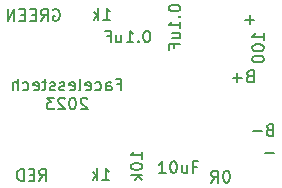
<source format=gbr>
%TF.GenerationSoftware,KiCad,Pcbnew,6.0.11+dfsg-1~bpo11+1*%
%TF.CreationDate,2023-03-12T17:24:38+00:00*%
%TF.ProjectId,tp4056,74703430-3536-42e6-9b69-6361645f7063,rev?*%
%TF.SameCoordinates,Original*%
%TF.FileFunction,Legend,Bot*%
%TF.FilePolarity,Positive*%
%FSLAX46Y46*%
G04 Gerber Fmt 4.6, Leading zero omitted, Abs format (unit mm)*
G04 Created by KiCad (PCBNEW 6.0.11+dfsg-1~bpo11+1) date 2023-03-12 17:24:38*
%MOMM*%
%LPD*%
G01*
G04 APERTURE LIST*
%ADD10C,0.150000*%
G04 APERTURE END LIST*
D10*
X138221904Y-93413571D02*
X138555238Y-93413571D01*
X138555238Y-93937380D02*
X138555238Y-92937380D01*
X138079047Y-92937380D01*
X137269523Y-93937380D02*
X137269523Y-93413571D01*
X137317142Y-93318333D01*
X137412380Y-93270714D01*
X137602857Y-93270714D01*
X137698095Y-93318333D01*
X137269523Y-93889761D02*
X137364761Y-93937380D01*
X137602857Y-93937380D01*
X137698095Y-93889761D01*
X137745714Y-93794523D01*
X137745714Y-93699285D01*
X137698095Y-93604047D01*
X137602857Y-93556428D01*
X137364761Y-93556428D01*
X137269523Y-93508809D01*
X136364761Y-93889761D02*
X136460000Y-93937380D01*
X136650476Y-93937380D01*
X136745714Y-93889761D01*
X136793333Y-93842142D01*
X136840952Y-93746904D01*
X136840952Y-93461190D01*
X136793333Y-93365952D01*
X136745714Y-93318333D01*
X136650476Y-93270714D01*
X136460000Y-93270714D01*
X136364761Y-93318333D01*
X135555238Y-93889761D02*
X135650476Y-93937380D01*
X135840952Y-93937380D01*
X135936190Y-93889761D01*
X135983809Y-93794523D01*
X135983809Y-93413571D01*
X135936190Y-93318333D01*
X135840952Y-93270714D01*
X135650476Y-93270714D01*
X135555238Y-93318333D01*
X135507619Y-93413571D01*
X135507619Y-93508809D01*
X135983809Y-93604047D01*
X134936190Y-93937380D02*
X135031428Y-93889761D01*
X135079047Y-93794523D01*
X135079047Y-92937380D01*
X134174285Y-93889761D02*
X134269523Y-93937380D01*
X134460000Y-93937380D01*
X134555238Y-93889761D01*
X134602857Y-93794523D01*
X134602857Y-93413571D01*
X134555238Y-93318333D01*
X134460000Y-93270714D01*
X134269523Y-93270714D01*
X134174285Y-93318333D01*
X134126666Y-93413571D01*
X134126666Y-93508809D01*
X134602857Y-93604047D01*
X133745714Y-93889761D02*
X133650476Y-93937380D01*
X133460000Y-93937380D01*
X133364761Y-93889761D01*
X133317142Y-93794523D01*
X133317142Y-93746904D01*
X133364761Y-93651666D01*
X133460000Y-93604047D01*
X133602857Y-93604047D01*
X133698095Y-93556428D01*
X133745714Y-93461190D01*
X133745714Y-93413571D01*
X133698095Y-93318333D01*
X133602857Y-93270714D01*
X133460000Y-93270714D01*
X133364761Y-93318333D01*
X132936190Y-93889761D02*
X132840952Y-93937380D01*
X132650476Y-93937380D01*
X132555238Y-93889761D01*
X132507619Y-93794523D01*
X132507619Y-93746904D01*
X132555238Y-93651666D01*
X132650476Y-93604047D01*
X132793333Y-93604047D01*
X132888571Y-93556428D01*
X132936190Y-93461190D01*
X132936190Y-93413571D01*
X132888571Y-93318333D01*
X132793333Y-93270714D01*
X132650476Y-93270714D01*
X132555238Y-93318333D01*
X132221904Y-93270714D02*
X131840952Y-93270714D01*
X132079047Y-92937380D02*
X132079047Y-93794523D01*
X132031428Y-93889761D01*
X131936190Y-93937380D01*
X131840952Y-93937380D01*
X131126666Y-93889761D02*
X131221904Y-93937380D01*
X131412380Y-93937380D01*
X131507619Y-93889761D01*
X131555238Y-93794523D01*
X131555238Y-93413571D01*
X131507619Y-93318333D01*
X131412380Y-93270714D01*
X131221904Y-93270714D01*
X131126666Y-93318333D01*
X131079047Y-93413571D01*
X131079047Y-93508809D01*
X131555238Y-93604047D01*
X130221904Y-93889761D02*
X130317142Y-93937380D01*
X130507619Y-93937380D01*
X130602857Y-93889761D01*
X130650476Y-93842142D01*
X130698095Y-93746904D01*
X130698095Y-93461190D01*
X130650476Y-93365952D01*
X130602857Y-93318333D01*
X130507619Y-93270714D01*
X130317142Y-93270714D01*
X130221904Y-93318333D01*
X129793333Y-93937380D02*
X129793333Y-92937380D01*
X129364761Y-93937380D02*
X129364761Y-93413571D01*
X129412380Y-93318333D01*
X129507619Y-93270714D01*
X129650476Y-93270714D01*
X129745714Y-93318333D01*
X129793333Y-93365952D01*
X135674285Y-94642619D02*
X135626666Y-94595000D01*
X135531428Y-94547380D01*
X135293333Y-94547380D01*
X135198095Y-94595000D01*
X135150476Y-94642619D01*
X135102857Y-94737857D01*
X135102857Y-94833095D01*
X135150476Y-94975952D01*
X135721904Y-95547380D01*
X135102857Y-95547380D01*
X134483809Y-94547380D02*
X134388571Y-94547380D01*
X134293333Y-94595000D01*
X134245714Y-94642619D01*
X134198095Y-94737857D01*
X134150476Y-94928333D01*
X134150476Y-95166428D01*
X134198095Y-95356904D01*
X134245714Y-95452142D01*
X134293333Y-95499761D01*
X134388571Y-95547380D01*
X134483809Y-95547380D01*
X134579047Y-95499761D01*
X134626666Y-95452142D01*
X134674285Y-95356904D01*
X134721904Y-95166428D01*
X134721904Y-94928333D01*
X134674285Y-94737857D01*
X134626666Y-94642619D01*
X134579047Y-94595000D01*
X134483809Y-94547380D01*
X133769523Y-94642619D02*
X133721904Y-94595000D01*
X133626666Y-94547380D01*
X133388571Y-94547380D01*
X133293333Y-94595000D01*
X133245714Y-94642619D01*
X133198095Y-94737857D01*
X133198095Y-94833095D01*
X133245714Y-94975952D01*
X133817142Y-95547380D01*
X133198095Y-95547380D01*
X132864761Y-94547380D02*
X132245714Y-94547380D01*
X132579047Y-94928333D01*
X132436190Y-94928333D01*
X132340952Y-94975952D01*
X132293333Y-95023571D01*
X132245714Y-95118809D01*
X132245714Y-95356904D01*
X132293333Y-95452142D01*
X132340952Y-95499761D01*
X132436190Y-95547380D01*
X132721904Y-95547380D01*
X132817142Y-95499761D01*
X132864761Y-95452142D01*
X151107619Y-97258571D02*
X150964761Y-97306190D01*
X150917142Y-97353809D01*
X150869523Y-97449047D01*
X150869523Y-97591904D01*
X150917142Y-97687142D01*
X150964761Y-97734761D01*
X151060000Y-97782380D01*
X151440952Y-97782380D01*
X151440952Y-96782380D01*
X151107619Y-96782380D01*
X151012380Y-96830000D01*
X150964761Y-96877619D01*
X150917142Y-96972857D01*
X150917142Y-97068095D01*
X150964761Y-97163333D01*
X151012380Y-97210952D01*
X151107619Y-97258571D01*
X151440952Y-97258571D01*
X150440952Y-97401428D02*
X149679047Y-97401428D01*
X131612857Y-101602380D02*
X131946190Y-101126190D01*
X132184285Y-101602380D02*
X132184285Y-100602380D01*
X131803333Y-100602380D01*
X131708095Y-100650000D01*
X131660476Y-100697619D01*
X131612857Y-100792857D01*
X131612857Y-100935714D01*
X131660476Y-101030952D01*
X131708095Y-101078571D01*
X131803333Y-101126190D01*
X132184285Y-101126190D01*
X131184285Y-101078571D02*
X130850952Y-101078571D01*
X130708095Y-101602380D02*
X131184285Y-101602380D01*
X131184285Y-100602380D01*
X130708095Y-100602380D01*
X130279523Y-101602380D02*
X130279523Y-100602380D01*
X130041428Y-100602380D01*
X129898571Y-100650000D01*
X129803333Y-100745238D01*
X129755714Y-100840476D01*
X129708095Y-101030952D01*
X129708095Y-101173809D01*
X129755714Y-101364285D01*
X129803333Y-101459523D01*
X129898571Y-101554761D01*
X130041428Y-101602380D01*
X130279523Y-101602380D01*
X150749047Y-99242571D02*
X151510952Y-99242571D01*
X149427619Y-92728571D02*
X149284761Y-92776190D01*
X149237142Y-92823809D01*
X149189523Y-92919047D01*
X149189523Y-93061904D01*
X149237142Y-93157142D01*
X149284761Y-93204761D01*
X149380000Y-93252380D01*
X149760952Y-93252380D01*
X149760952Y-92252380D01*
X149427619Y-92252380D01*
X149332380Y-92300000D01*
X149284761Y-92347619D01*
X149237142Y-92442857D01*
X149237142Y-92538095D01*
X149284761Y-92633333D01*
X149332380Y-92680952D01*
X149427619Y-92728571D01*
X149760952Y-92728571D01*
X148760952Y-92871428D02*
X147999047Y-92871428D01*
X148380000Y-93252380D02*
X148380000Y-92490476D01*
X149800952Y-87961428D02*
X149039047Y-87961428D01*
X149420000Y-88342380D02*
X149420000Y-87580476D01*
%TO.C,R5*%
X150622380Y-89673333D02*
X150622380Y-89101904D01*
X150622380Y-89387619D02*
X149622380Y-89387619D01*
X149765238Y-89292380D01*
X149860476Y-89197142D01*
X149908095Y-89101904D01*
X149622380Y-90292380D02*
X149622380Y-90387619D01*
X149670000Y-90482857D01*
X149717619Y-90530476D01*
X149812857Y-90578095D01*
X150003333Y-90625714D01*
X150241428Y-90625714D01*
X150431904Y-90578095D01*
X150527142Y-90530476D01*
X150574761Y-90482857D01*
X150622380Y-90387619D01*
X150622380Y-90292380D01*
X150574761Y-90197142D01*
X150527142Y-90149523D01*
X150431904Y-90101904D01*
X150241428Y-90054285D01*
X150003333Y-90054285D01*
X149812857Y-90101904D01*
X149717619Y-90149523D01*
X149670000Y-90197142D01*
X149622380Y-90292380D01*
X149622380Y-91244761D02*
X149622380Y-91340000D01*
X149670000Y-91435238D01*
X149717619Y-91482857D01*
X149812857Y-91530476D01*
X150003333Y-91578095D01*
X150241428Y-91578095D01*
X150431904Y-91530476D01*
X150527142Y-91482857D01*
X150574761Y-91435238D01*
X150622380Y-91340000D01*
X150622380Y-91244761D01*
X150574761Y-91149523D01*
X150527142Y-91101904D01*
X150431904Y-91054285D01*
X150241428Y-91006666D01*
X150003333Y-91006666D01*
X149812857Y-91054285D01*
X149717619Y-91101904D01*
X149670000Y-91149523D01*
X149622380Y-91244761D01*
%TO.C,R2*%
X137021547Y-87962380D02*
X137592976Y-87962380D01*
X137307261Y-87962380D02*
X137307261Y-86962380D01*
X137402500Y-87105238D01*
X137497738Y-87200476D01*
X137592976Y-87248095D01*
X136592976Y-87962380D02*
X136592976Y-86962380D01*
X136497738Y-87581428D02*
X136212023Y-87962380D01*
X136212023Y-87295714D02*
X136592976Y-87676666D01*
%TO.C,C2*%
X142552380Y-86927142D02*
X142552380Y-87022380D01*
X142600000Y-87117619D01*
X142647619Y-87165238D01*
X142742857Y-87212857D01*
X142933333Y-87260476D01*
X143171428Y-87260476D01*
X143361904Y-87212857D01*
X143457142Y-87165238D01*
X143504761Y-87117619D01*
X143552380Y-87022380D01*
X143552380Y-86927142D01*
X143504761Y-86831904D01*
X143457142Y-86784285D01*
X143361904Y-86736666D01*
X143171428Y-86689047D01*
X142933333Y-86689047D01*
X142742857Y-86736666D01*
X142647619Y-86784285D01*
X142600000Y-86831904D01*
X142552380Y-86927142D01*
X143457142Y-87689047D02*
X143504761Y-87736666D01*
X143552380Y-87689047D01*
X143504761Y-87641428D01*
X143457142Y-87689047D01*
X143552380Y-87689047D01*
X143552380Y-88689047D02*
X143552380Y-88117619D01*
X143552380Y-88403333D02*
X142552380Y-88403333D01*
X142695238Y-88308095D01*
X142790476Y-88212857D01*
X142838095Y-88117619D01*
X142885714Y-89546190D02*
X143552380Y-89546190D01*
X142885714Y-89117619D02*
X143409523Y-89117619D01*
X143504761Y-89165238D01*
X143552380Y-89260476D01*
X143552380Y-89403333D01*
X143504761Y-89498571D01*
X143457142Y-89546190D01*
X143028571Y-90355714D02*
X143028571Y-90022380D01*
X143552380Y-90022380D02*
X142552380Y-90022380D01*
X142552380Y-90498571D01*
%TO.C,D2*%
X132786666Y-87110000D02*
X132881904Y-87062380D01*
X133024761Y-87062380D01*
X133167619Y-87110000D01*
X133262857Y-87205238D01*
X133310476Y-87300476D01*
X133358095Y-87490952D01*
X133358095Y-87633809D01*
X133310476Y-87824285D01*
X133262857Y-87919523D01*
X133167619Y-88014761D01*
X133024761Y-88062380D01*
X132929523Y-88062380D01*
X132786666Y-88014761D01*
X132739047Y-87967142D01*
X132739047Y-87633809D01*
X132929523Y-87633809D01*
X131739047Y-88062380D02*
X132072380Y-87586190D01*
X132310476Y-88062380D02*
X132310476Y-87062380D01*
X131929523Y-87062380D01*
X131834285Y-87110000D01*
X131786666Y-87157619D01*
X131739047Y-87252857D01*
X131739047Y-87395714D01*
X131786666Y-87490952D01*
X131834285Y-87538571D01*
X131929523Y-87586190D01*
X132310476Y-87586190D01*
X131310476Y-87538571D02*
X130977142Y-87538571D01*
X130834285Y-88062380D02*
X131310476Y-88062380D01*
X131310476Y-87062380D01*
X130834285Y-87062380D01*
X130405714Y-87538571D02*
X130072380Y-87538571D01*
X129929523Y-88062380D02*
X130405714Y-88062380D01*
X130405714Y-87062380D01*
X129929523Y-87062380D01*
X129500952Y-88062380D02*
X129500952Y-87062380D01*
X128929523Y-88062380D01*
X128929523Y-87062380D01*
%TO.C,C1*%
X142306071Y-100932380D02*
X141734642Y-100932380D01*
X142020357Y-100932380D02*
X142020357Y-99932380D01*
X141925119Y-100075238D01*
X141829880Y-100170476D01*
X141734642Y-100218095D01*
X142925119Y-99932380D02*
X143020357Y-99932380D01*
X143115595Y-99980000D01*
X143163214Y-100027619D01*
X143210833Y-100122857D01*
X143258452Y-100313333D01*
X143258452Y-100551428D01*
X143210833Y-100741904D01*
X143163214Y-100837142D01*
X143115595Y-100884761D01*
X143020357Y-100932380D01*
X142925119Y-100932380D01*
X142829880Y-100884761D01*
X142782261Y-100837142D01*
X142734642Y-100741904D01*
X142687023Y-100551428D01*
X142687023Y-100313333D01*
X142734642Y-100122857D01*
X142782261Y-100027619D01*
X142829880Y-99980000D01*
X142925119Y-99932380D01*
X144115595Y-100265714D02*
X144115595Y-100932380D01*
X143687023Y-100265714D02*
X143687023Y-100789523D01*
X143734642Y-100884761D01*
X143829880Y-100932380D01*
X143972738Y-100932380D01*
X144067976Y-100884761D01*
X144115595Y-100837142D01*
X144925119Y-100408571D02*
X144591785Y-100408571D01*
X144591785Y-100932380D02*
X144591785Y-99932380D01*
X145067976Y-99932380D01*
%TO.C,R1*%
X136956547Y-101522380D02*
X137527976Y-101522380D01*
X137242261Y-101522380D02*
X137242261Y-100522380D01*
X137337500Y-100665238D01*
X137432738Y-100760476D01*
X137527976Y-100808095D01*
X136527976Y-101522380D02*
X136527976Y-100522380D01*
X136432738Y-101141428D02*
X136147023Y-101522380D01*
X136147023Y-100855714D02*
X136527976Y-101236666D01*
%TO.C,R6*%
X147494740Y-100748380D02*
X147399501Y-100748380D01*
X147304263Y-100796000D01*
X147256644Y-100843619D01*
X147209025Y-100938857D01*
X147161406Y-101129333D01*
X147161406Y-101367428D01*
X147209025Y-101557904D01*
X147256644Y-101653142D01*
X147304263Y-101700761D01*
X147399501Y-101748380D01*
X147494740Y-101748380D01*
X147589978Y-101700761D01*
X147637597Y-101653142D01*
X147685216Y-101557904D01*
X147732835Y-101367428D01*
X147732835Y-101129333D01*
X147685216Y-100938857D01*
X147637597Y-100843619D01*
X147589978Y-100796000D01*
X147494740Y-100748380D01*
X146161406Y-101748380D02*
X146494740Y-101272190D01*
X146732835Y-101748380D02*
X146732835Y-100748380D01*
X146351882Y-100748380D01*
X146256644Y-100796000D01*
X146209025Y-100843619D01*
X146161406Y-100938857D01*
X146161406Y-101081714D01*
X146209025Y-101176952D01*
X146256644Y-101224571D01*
X146351882Y-101272190D01*
X146732835Y-101272190D01*
%TO.C,C3*%
X140762857Y-88882380D02*
X140667619Y-88882380D01*
X140572380Y-88930000D01*
X140524761Y-88977619D01*
X140477142Y-89072857D01*
X140429523Y-89263333D01*
X140429523Y-89501428D01*
X140477142Y-89691904D01*
X140524761Y-89787142D01*
X140572380Y-89834761D01*
X140667619Y-89882380D01*
X140762857Y-89882380D01*
X140858095Y-89834761D01*
X140905714Y-89787142D01*
X140953333Y-89691904D01*
X141000952Y-89501428D01*
X141000952Y-89263333D01*
X140953333Y-89072857D01*
X140905714Y-88977619D01*
X140858095Y-88930000D01*
X140762857Y-88882380D01*
X140000952Y-89787142D02*
X139953333Y-89834761D01*
X140000952Y-89882380D01*
X140048571Y-89834761D01*
X140000952Y-89787142D01*
X140000952Y-89882380D01*
X139000952Y-89882380D02*
X139572380Y-89882380D01*
X139286666Y-89882380D02*
X139286666Y-88882380D01*
X139381904Y-89025238D01*
X139477142Y-89120476D01*
X139572380Y-89168095D01*
X138143809Y-89215714D02*
X138143809Y-89882380D01*
X138572380Y-89215714D02*
X138572380Y-89739523D01*
X138524761Y-89834761D01*
X138429523Y-89882380D01*
X138286666Y-89882380D01*
X138191428Y-89834761D01*
X138143809Y-89787142D01*
X137334285Y-89358571D02*
X137667619Y-89358571D01*
X137667619Y-89882380D02*
X137667619Y-88882380D01*
X137191428Y-88882380D01*
%TO.C,R3*%
X140342380Y-99724761D02*
X140342380Y-99153333D01*
X140342380Y-99439047D02*
X139342380Y-99439047D01*
X139485238Y-99343809D01*
X139580476Y-99248571D01*
X139628095Y-99153333D01*
X139342380Y-100343809D02*
X139342380Y-100439047D01*
X139390000Y-100534285D01*
X139437619Y-100581904D01*
X139532857Y-100629523D01*
X139723333Y-100677142D01*
X139961428Y-100677142D01*
X140151904Y-100629523D01*
X140247142Y-100581904D01*
X140294761Y-100534285D01*
X140342380Y-100439047D01*
X140342380Y-100343809D01*
X140294761Y-100248571D01*
X140247142Y-100200952D01*
X140151904Y-100153333D01*
X139961428Y-100105714D01*
X139723333Y-100105714D01*
X139532857Y-100153333D01*
X139437619Y-100200952D01*
X139390000Y-100248571D01*
X139342380Y-100343809D01*
X140342380Y-101105714D02*
X139342380Y-101105714D01*
X139961428Y-101200952D02*
X140342380Y-101486666D01*
X139675714Y-101486666D02*
X140056666Y-101105714D01*
%TD*%
M02*

</source>
